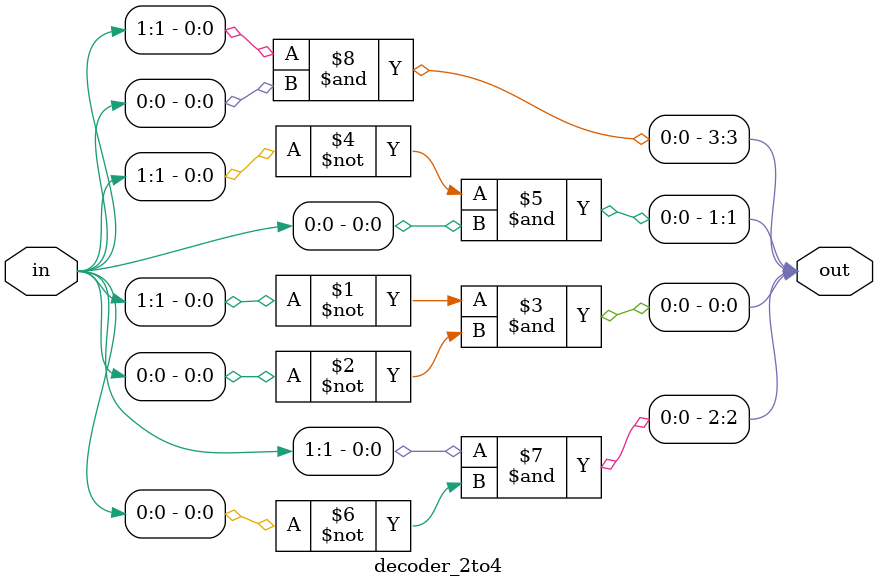
<source format=v>
`timescale 1ns / 1ps


module decoder_2to4 (in, out);
    input   wire[1:0]    in;
    output  wire[3:0]    out;
    
    assign  out[0] = ~in[1] & ~in[0],
            out[1] = ~in[1] & in[0],
            out[2] = in[1] & ~in[0],
            out[3] = in[1] & in[0];
endmodule

</source>
